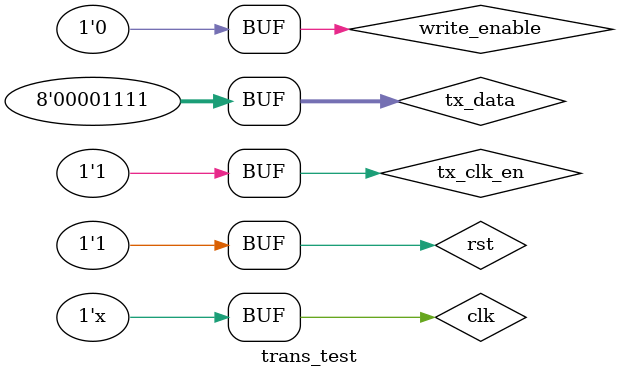
<source format=v>
module trans_test();
/*发送模块测试*/

reg [7:0] tx_data = 1; //发送数据
reg clk = 0; //输入时钟
reg rst = 1; //复位
reg write_enable = 0; //写使能
wire databit; //当前传输的数据位
wire busy; //发送busy信号

wire tx_clk_en = 1;


uart_tx tx(.clk(clk), .rst(rst), .tx_data(tx_data), .write_enable(write_enable), .tx_clk_en(tx_clk_en), .tx(databit), .busy(busy));

initial begin
    //发送数据3
    tx_data <= 3;
    //给出写使能信号，开始传输
    write_enable <= 1; 
    #2 write_enable <= 0;
    //发送数据15
    #100 tx_data<= 15;
    //给出写使能信号，开始传输
    write_enable <= 1;
    #2 write_enable <= 0; 
end

always begin //产生数额入时钟
    #1 clk = ~clk;
end
endmodule
</source>
